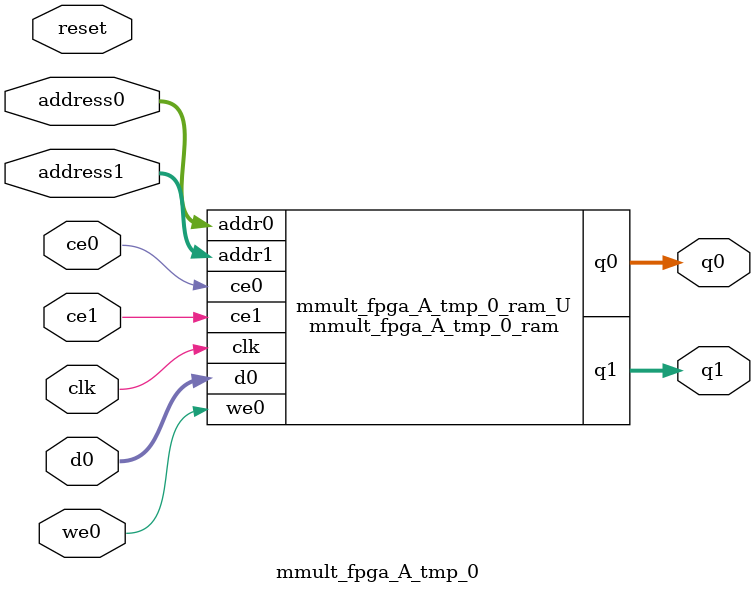
<source format=v>
`timescale 1 ns / 1 ps
module mmult_fpga_A_tmp_0_ram (addr0, ce0, d0, we0, q0, addr1, ce1, q1,  clk);

parameter DWIDTH = 32;
parameter AWIDTH = 6;
parameter MEM_SIZE = 64;

input[AWIDTH-1:0] addr0;
input ce0;
input[DWIDTH-1:0] d0;
input we0;
output reg[DWIDTH-1:0] q0;
input[AWIDTH-1:0] addr1;
input ce1;
output reg[DWIDTH-1:0] q1;
input clk;

(* ram_style = "block" *)reg [DWIDTH-1:0] ram[0:MEM_SIZE-1];




always @(posedge clk)  
begin 
    if (ce0) begin
        if (we0) 
            ram[addr0] <= d0; 
        q0 <= ram[addr0];
    end
end


always @(posedge clk)  
begin 
    if (ce1) begin
        q1 <= ram[addr1];
    end
end


endmodule

`timescale 1 ns / 1 ps
module mmult_fpga_A_tmp_0(
    reset,
    clk,
    address0,
    ce0,
    we0,
    d0,
    q0,
    address1,
    ce1,
    q1);

parameter DataWidth = 32'd32;
parameter AddressRange = 32'd64;
parameter AddressWidth = 32'd6;
input reset;
input clk;
input[AddressWidth - 1:0] address0;
input ce0;
input we0;
input[DataWidth - 1:0] d0;
output[DataWidth - 1:0] q0;
input[AddressWidth - 1:0] address1;
input ce1;
output[DataWidth - 1:0] q1;



mmult_fpga_A_tmp_0_ram mmult_fpga_A_tmp_0_ram_U(
    .clk( clk ),
    .addr0( address0 ),
    .ce0( ce0 ),
    .we0( we0 ),
    .d0( d0 ),
    .q0( q0 ),
    .addr1( address1 ),
    .ce1( ce1 ),
    .q1( q1 ));

endmodule


</source>
